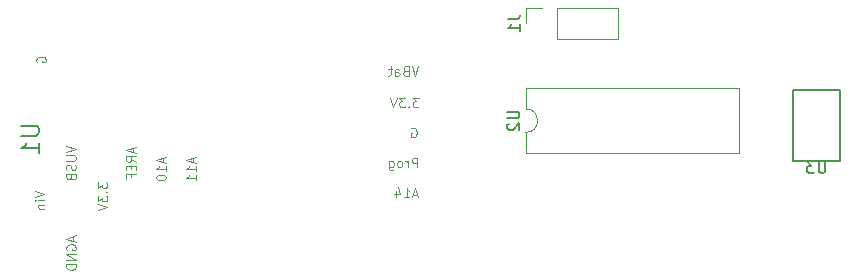
<source format=gbo>
G04 #@! TF.FileFunction,Legend,Bot*
%FSLAX46Y46*%
G04 Gerber Fmt 4.6, Leading zero omitted, Abs format (unit mm)*
G04 Created by KiCad (PCBNEW 4.0.6) date 06/26/17 16:49:34*
%MOMM*%
%LPD*%
G01*
G04 APERTURE LIST*
%ADD10C,0.100000*%
%ADD11C,0.120000*%
%ADD12C,0.150000*%
%ADD13C,0.125000*%
G04 APERTURE END LIST*
D10*
D11*
X173235000Y-107055000D02*
X173235000Y-105285000D01*
X173235000Y-105285000D02*
X191255000Y-105285000D01*
X191255000Y-105285000D02*
X191255000Y-110825000D01*
X191255000Y-110825000D02*
X173235000Y-110825000D01*
X173235000Y-110825000D02*
X173235000Y-109055000D01*
X173235000Y-109055000D02*
G75*
G03X173235000Y-107055000I0J1000000D01*
G01*
X175895000Y-98470000D02*
X181035000Y-98470000D01*
X181035000Y-98470000D02*
X181035000Y-101130000D01*
X181035000Y-101130000D02*
X175895000Y-101130000D01*
X175895000Y-101130000D02*
X175895000Y-98470000D01*
X174625000Y-98470000D02*
X173295000Y-98470000D01*
X173295000Y-98470000D02*
X173295000Y-99800000D01*
D12*
X199850000Y-111430000D02*
X195850000Y-111430000D01*
X199850000Y-105430000D02*
X199850000Y-111430000D01*
X195850000Y-105430000D02*
X199850000Y-105430000D01*
X195850000Y-111430000D02*
X195850000Y-105430000D01*
X171687381Y-107293095D02*
X172496905Y-107293095D01*
X172592143Y-107340714D01*
X172639762Y-107388333D01*
X172687381Y-107483571D01*
X172687381Y-107674048D01*
X172639762Y-107769286D01*
X172592143Y-107816905D01*
X172496905Y-107864524D01*
X171687381Y-107864524D01*
X171782619Y-108293095D02*
X171735000Y-108340714D01*
X171687381Y-108435952D01*
X171687381Y-108674048D01*
X171735000Y-108769286D01*
X171782619Y-108816905D01*
X171877857Y-108864524D01*
X171973095Y-108864524D01*
X172115952Y-108816905D01*
X172687381Y-108245476D01*
X172687381Y-108864524D01*
X171747381Y-99466667D02*
X172461667Y-99466667D01*
X172604524Y-99419047D01*
X172699762Y-99323809D01*
X172747381Y-99180952D01*
X172747381Y-99085714D01*
X172747381Y-100466667D02*
X172747381Y-99895238D01*
X172747381Y-100180952D02*
X171747381Y-100180952D01*
X171890238Y-100085714D01*
X171985476Y-99990476D01*
X172033095Y-99895238D01*
X198611905Y-111482381D02*
X198611905Y-112291905D01*
X198564286Y-112387143D01*
X198516667Y-112434762D01*
X198421429Y-112482381D01*
X198230952Y-112482381D01*
X198135714Y-112434762D01*
X198088095Y-112387143D01*
X198040476Y-112291905D01*
X198040476Y-111482381D01*
X197659524Y-111482381D02*
X197040476Y-111482381D01*
X197373810Y-111863333D01*
X197230952Y-111863333D01*
X197135714Y-111910952D01*
X197088095Y-111958571D01*
X197040476Y-112053810D01*
X197040476Y-112291905D01*
X197088095Y-112387143D01*
X197135714Y-112434762D01*
X197230952Y-112482381D01*
X197516667Y-112482381D01*
X197611905Y-112434762D01*
X197659524Y-112387143D01*
X130534671Y-108461543D02*
X131748957Y-108461543D01*
X131891814Y-108532971D01*
X131963243Y-108604400D01*
X132034671Y-108747257D01*
X132034671Y-109032971D01*
X131963243Y-109175829D01*
X131891814Y-109247257D01*
X131748957Y-109318686D01*
X130534671Y-109318686D01*
X132034671Y-110818686D02*
X132034671Y-109961543D01*
X132034671Y-110390115D02*
X130534671Y-110390115D01*
X130748957Y-110247258D01*
X130891814Y-110104400D01*
X130963243Y-109961543D01*
D13*
X164109243Y-103451305D02*
X163842576Y-104251305D01*
X163575909Y-103451305D01*
X163042576Y-103832257D02*
X162928290Y-103870352D01*
X162890195Y-103908448D01*
X162852100Y-103984638D01*
X162852100Y-104098924D01*
X162890195Y-104175114D01*
X162928290Y-104213210D01*
X163004481Y-104251305D01*
X163309243Y-104251305D01*
X163309243Y-103451305D01*
X163042576Y-103451305D01*
X162966386Y-103489400D01*
X162928290Y-103527495D01*
X162890195Y-103603686D01*
X162890195Y-103679876D01*
X162928290Y-103756067D01*
X162966386Y-103794162D01*
X163042576Y-103832257D01*
X163309243Y-103832257D01*
X162166386Y-104251305D02*
X162166386Y-103832257D01*
X162204481Y-103756067D01*
X162280671Y-103717971D01*
X162433052Y-103717971D01*
X162509243Y-103756067D01*
X162166386Y-104213210D02*
X162242576Y-104251305D01*
X162433052Y-104251305D01*
X162509243Y-104213210D01*
X162547338Y-104137019D01*
X162547338Y-104060829D01*
X162509243Y-103984638D01*
X162433052Y-103946543D01*
X162242576Y-103946543D01*
X162166386Y-103908448D01*
X161899719Y-103717971D02*
X161594957Y-103717971D01*
X161785433Y-103451305D02*
X161785433Y-104137019D01*
X161747338Y-104213210D01*
X161671147Y-104251305D01*
X161594957Y-104251305D01*
X164160052Y-106118305D02*
X163664814Y-106118305D01*
X163931481Y-106423067D01*
X163817195Y-106423067D01*
X163741005Y-106461162D01*
X163702909Y-106499257D01*
X163664814Y-106575448D01*
X163664814Y-106765924D01*
X163702909Y-106842114D01*
X163741005Y-106880210D01*
X163817195Y-106918305D01*
X164045767Y-106918305D01*
X164121957Y-106880210D01*
X164160052Y-106842114D01*
X163321957Y-106842114D02*
X163283862Y-106880210D01*
X163321957Y-106918305D01*
X163360052Y-106880210D01*
X163321957Y-106842114D01*
X163321957Y-106918305D01*
X163017195Y-106118305D02*
X162521957Y-106118305D01*
X162788624Y-106423067D01*
X162674338Y-106423067D01*
X162598148Y-106461162D01*
X162560052Y-106499257D01*
X162521957Y-106575448D01*
X162521957Y-106765924D01*
X162560052Y-106842114D01*
X162598148Y-106880210D01*
X162674338Y-106918305D01*
X162902910Y-106918305D01*
X162979100Y-106880210D01*
X163017195Y-106842114D01*
X162293386Y-106118305D02*
X162026719Y-106918305D01*
X161760052Y-106118305D01*
X163531576Y-108696400D02*
X163607767Y-108658305D01*
X163722052Y-108658305D01*
X163836338Y-108696400D01*
X163912529Y-108772590D01*
X163950624Y-108848781D01*
X163988719Y-109001162D01*
X163988719Y-109115448D01*
X163950624Y-109267829D01*
X163912529Y-109344019D01*
X163836338Y-109420210D01*
X163722052Y-109458305D01*
X163645862Y-109458305D01*
X163531576Y-109420210D01*
X163493481Y-109382114D01*
X163493481Y-109115448D01*
X163645862Y-109115448D01*
X164033053Y-111998305D02*
X164033053Y-111198305D01*
X163728291Y-111198305D01*
X163652100Y-111236400D01*
X163614005Y-111274495D01*
X163575910Y-111350686D01*
X163575910Y-111464971D01*
X163614005Y-111541162D01*
X163652100Y-111579257D01*
X163728291Y-111617352D01*
X164033053Y-111617352D01*
X163233053Y-111998305D02*
X163233053Y-111464971D01*
X163233053Y-111617352D02*
X163194958Y-111541162D01*
X163156862Y-111503067D01*
X163080672Y-111464971D01*
X163004481Y-111464971D01*
X162623529Y-111998305D02*
X162699720Y-111960210D01*
X162737815Y-111922114D01*
X162775910Y-111845924D01*
X162775910Y-111617352D01*
X162737815Y-111541162D01*
X162699720Y-111503067D01*
X162623529Y-111464971D01*
X162509243Y-111464971D01*
X162433053Y-111503067D01*
X162394958Y-111541162D01*
X162356862Y-111617352D01*
X162356862Y-111845924D01*
X162394958Y-111922114D01*
X162433053Y-111960210D01*
X162509243Y-111998305D01*
X162623529Y-111998305D01*
X161671148Y-111464971D02*
X161671148Y-112112590D01*
X161709243Y-112188781D01*
X161747338Y-112226876D01*
X161823529Y-112264971D01*
X161937814Y-112264971D01*
X162014005Y-112226876D01*
X161671148Y-111960210D02*
X161747338Y-111998305D01*
X161899719Y-111998305D01*
X161975910Y-111960210D01*
X162014005Y-111922114D01*
X162052100Y-111845924D01*
X162052100Y-111617352D01*
X162014005Y-111541162D01*
X161975910Y-111503067D01*
X161899719Y-111464971D01*
X161747338Y-111464971D01*
X161671148Y-111503067D01*
X164058481Y-114309733D02*
X163677529Y-114309733D01*
X164134672Y-114538305D02*
X163868005Y-113738305D01*
X163601338Y-114538305D01*
X162915624Y-114538305D02*
X163372767Y-114538305D01*
X163144196Y-114538305D02*
X163144196Y-113738305D01*
X163220386Y-113852590D01*
X163296577Y-113928781D01*
X163372767Y-113966876D01*
X162229910Y-114004971D02*
X162229910Y-114538305D01*
X162420386Y-113700210D02*
X162610862Y-114271638D01*
X162115624Y-114271638D01*
X131845100Y-103082924D02*
X131807005Y-103006733D01*
X131807005Y-102892448D01*
X131845100Y-102778162D01*
X131921290Y-102701971D01*
X131997481Y-102663876D01*
X132149862Y-102625781D01*
X132264148Y-102625781D01*
X132416529Y-102663876D01*
X132492719Y-102701971D01*
X132568910Y-102778162D01*
X132607005Y-102892448D01*
X132607005Y-102968638D01*
X132568910Y-103082924D01*
X132530814Y-103121019D01*
X132264148Y-103121019D01*
X132264148Y-102968638D01*
X137014005Y-113249448D02*
X137014005Y-113744686D01*
X137318767Y-113478019D01*
X137318767Y-113592305D01*
X137356862Y-113668495D01*
X137394957Y-113706591D01*
X137471148Y-113744686D01*
X137661624Y-113744686D01*
X137737814Y-113706591D01*
X137775910Y-113668495D01*
X137814005Y-113592305D01*
X137814005Y-113363733D01*
X137775910Y-113287543D01*
X137737814Y-113249448D01*
X137737814Y-114087543D02*
X137775910Y-114125638D01*
X137814005Y-114087543D01*
X137775910Y-114049448D01*
X137737814Y-114087543D01*
X137814005Y-114087543D01*
X137014005Y-114392305D02*
X137014005Y-114887543D01*
X137318767Y-114620876D01*
X137318767Y-114735162D01*
X137356862Y-114811352D01*
X137394957Y-114849448D01*
X137471148Y-114887543D01*
X137661624Y-114887543D01*
X137737814Y-114849448D01*
X137775910Y-114811352D01*
X137814005Y-114735162D01*
X137814005Y-114506590D01*
X137775910Y-114430400D01*
X137737814Y-114392305D01*
X137014005Y-115116114D02*
X137814005Y-115382781D01*
X137014005Y-115649448D01*
X134918433Y-117846877D02*
X134918433Y-118227829D01*
X135147005Y-117770686D02*
X134347005Y-118037353D01*
X135147005Y-118304020D01*
X134385100Y-118989734D02*
X134347005Y-118913543D01*
X134347005Y-118799258D01*
X134385100Y-118684972D01*
X134461290Y-118608781D01*
X134537481Y-118570686D01*
X134689862Y-118532591D01*
X134804148Y-118532591D01*
X134956529Y-118570686D01*
X135032719Y-118608781D01*
X135108910Y-118684972D01*
X135147005Y-118799258D01*
X135147005Y-118875448D01*
X135108910Y-118989734D01*
X135070814Y-119027829D01*
X134804148Y-119027829D01*
X134804148Y-118875448D01*
X135147005Y-119370686D02*
X134347005Y-119370686D01*
X135147005Y-119827829D01*
X134347005Y-119827829D01*
X135147005Y-120208781D02*
X134347005Y-120208781D01*
X134347005Y-120399257D01*
X134385100Y-120513543D01*
X134461290Y-120589734D01*
X134537481Y-120627829D01*
X134689862Y-120665924D01*
X134804148Y-120665924D01*
X134956529Y-120627829D01*
X135032719Y-120589734D01*
X135108910Y-120513543D01*
X135147005Y-120399257D01*
X135147005Y-120208781D01*
X131680005Y-113992352D02*
X132480005Y-114259019D01*
X131680005Y-114525686D01*
X132480005Y-114792352D02*
X131946671Y-114792352D01*
X131680005Y-114792352D02*
X131718100Y-114754257D01*
X131756195Y-114792352D01*
X131718100Y-114830447D01*
X131680005Y-114792352D01*
X131756195Y-114792352D01*
X131946671Y-115173304D02*
X132480005Y-115173304D01*
X132022862Y-115173304D02*
X131984767Y-115211399D01*
X131946671Y-115287590D01*
X131946671Y-115401876D01*
X131984767Y-115478066D01*
X132060957Y-115516161D01*
X132480005Y-115516161D01*
X145078433Y-111192019D02*
X145078433Y-111572971D01*
X145307005Y-111115828D02*
X144507005Y-111382495D01*
X145307005Y-111649162D01*
X145307005Y-112334876D02*
X145307005Y-111877733D01*
X145307005Y-112106304D02*
X144507005Y-112106304D01*
X144621290Y-112030114D01*
X144697481Y-111953923D01*
X144735576Y-111877733D01*
X145307005Y-113096781D02*
X145307005Y-112639638D01*
X145307005Y-112868209D02*
X144507005Y-112868209D01*
X144621290Y-112792019D01*
X144697481Y-112715828D01*
X144735576Y-112639638D01*
X142538433Y-111192019D02*
X142538433Y-111572971D01*
X142767005Y-111115828D02*
X141967005Y-111382495D01*
X142767005Y-111649162D01*
X142767005Y-112334876D02*
X142767005Y-111877733D01*
X142767005Y-112106304D02*
X141967005Y-112106304D01*
X142081290Y-112030114D01*
X142157481Y-111953923D01*
X142195576Y-111877733D01*
X141967005Y-112830114D02*
X141967005Y-112906305D01*
X142005100Y-112982495D01*
X142043195Y-113020590D01*
X142119386Y-113058686D01*
X142271767Y-113096781D01*
X142462243Y-113096781D01*
X142614624Y-113058686D01*
X142690814Y-113020590D01*
X142728910Y-112982495D01*
X142767005Y-112906305D01*
X142767005Y-112830114D01*
X142728910Y-112753924D01*
X142690814Y-112715828D01*
X142614624Y-112677733D01*
X142462243Y-112639638D01*
X142271767Y-112639638D01*
X142119386Y-112677733D01*
X142043195Y-112715828D01*
X142005100Y-112753924D01*
X141967005Y-112830114D01*
X139998433Y-110341162D02*
X139998433Y-110722114D01*
X140227005Y-110264971D02*
X139427005Y-110531638D01*
X140227005Y-110798305D01*
X140227005Y-111522114D02*
X139846052Y-111255447D01*
X140227005Y-111064971D02*
X139427005Y-111064971D01*
X139427005Y-111369733D01*
X139465100Y-111445924D01*
X139503195Y-111484019D01*
X139579386Y-111522114D01*
X139693671Y-111522114D01*
X139769862Y-111484019D01*
X139807957Y-111445924D01*
X139846052Y-111369733D01*
X139846052Y-111064971D01*
X139807957Y-111864971D02*
X139807957Y-112131638D01*
X140227005Y-112245924D02*
X140227005Y-111864971D01*
X139427005Y-111864971D01*
X139427005Y-112245924D01*
X139807957Y-112855448D02*
X139807957Y-112588781D01*
X140227005Y-112588781D02*
X139427005Y-112588781D01*
X139427005Y-112969734D01*
X134347005Y-110169733D02*
X135147005Y-110436400D01*
X134347005Y-110703067D01*
X134347005Y-110969733D02*
X134994624Y-110969733D01*
X135070814Y-111007828D01*
X135108910Y-111045924D01*
X135147005Y-111122114D01*
X135147005Y-111274495D01*
X135108910Y-111350686D01*
X135070814Y-111388781D01*
X134994624Y-111426876D01*
X134347005Y-111426876D01*
X135108910Y-111769733D02*
X135147005Y-111884019D01*
X135147005Y-112074495D01*
X135108910Y-112150685D01*
X135070814Y-112188781D01*
X134994624Y-112226876D01*
X134918433Y-112226876D01*
X134842243Y-112188781D01*
X134804148Y-112150685D01*
X134766052Y-112074495D01*
X134727957Y-111922114D01*
X134689862Y-111845923D01*
X134651767Y-111807828D01*
X134575576Y-111769733D01*
X134499386Y-111769733D01*
X134423195Y-111807828D01*
X134385100Y-111845923D01*
X134347005Y-111922114D01*
X134347005Y-112112590D01*
X134385100Y-112226876D01*
X134727957Y-112836400D02*
X134766052Y-112950686D01*
X134804148Y-112988781D01*
X134880338Y-113026876D01*
X134994624Y-113026876D01*
X135070814Y-112988781D01*
X135108910Y-112950686D01*
X135147005Y-112874495D01*
X135147005Y-112569733D01*
X134347005Y-112569733D01*
X134347005Y-112836400D01*
X134385100Y-112912590D01*
X134423195Y-112950686D01*
X134499386Y-112988781D01*
X134575576Y-112988781D01*
X134651767Y-112950686D01*
X134689862Y-112912590D01*
X134727957Y-112836400D01*
X134727957Y-112569733D01*
M02*

</source>
